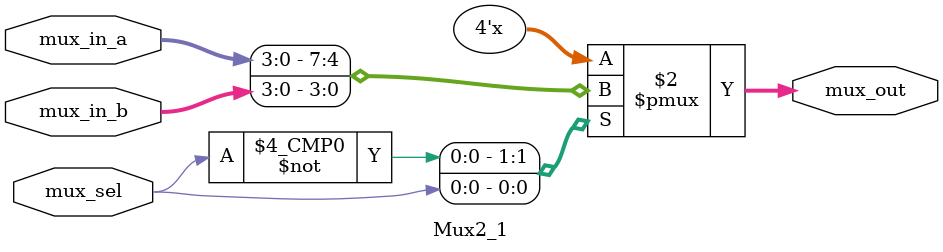
<source format=v>
module Mux2_1
(
input [3:0]mux_in_a,
input [3:0]mux_in_b,
input mux_sel,
output reg[3:0]mux_out
);
always@(mux_in_a,mux_in_b,mux_sel)

begin

case(mux_sel)
1'b0 : mux_out=mux_in_a;
1'b1 : mux_out=mux_in_b;
default: mux_out=4'b0000;
endcase

end

endmodule

</source>
